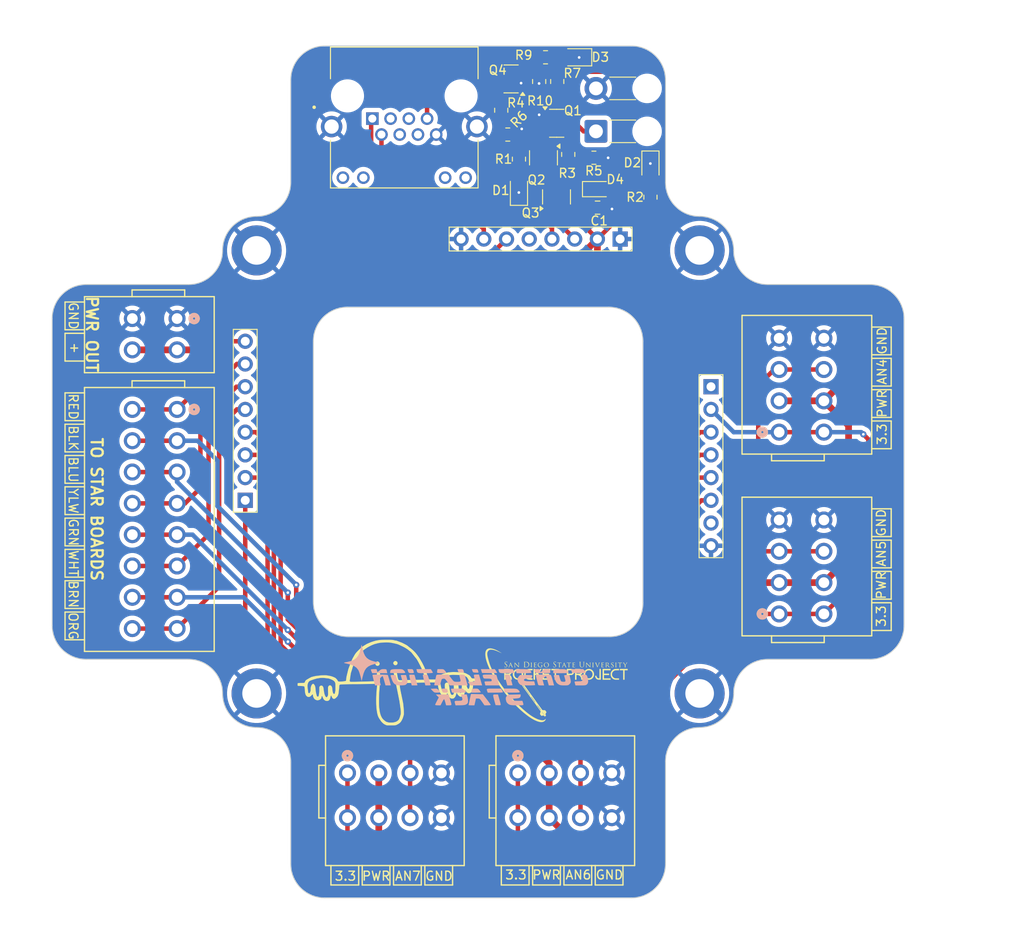
<source format=kicad_pcb>
(kicad_pcb (version 20241229) (generator "pcbnew") (generator_version "9.0")
  (layers (0 "F.Cu" signal) (2 "B.Cu" power) (13 "F.Paste" user) (15 "B.Paste" user) (5 "F.SilkS" user "F.Silkscreen") (7 "B.SilkS" user "B.Silkscreen") (1 "F.Mask" user) (3 "B.Mask" user) (25 "Edge.Cuts" user))
  (net 0 "")
  (net 1 "GND")
  (net 2 "Net-(D1-A)")
  (net 3 "Net-(D2-A)")
  (net 4 "Net-(D3-A)")
  (net 5 "Net-(D4-A)")
  (net 6 "+BATT")
  (net 7 "A")
  (net 11 "B")
  (net 12 "EXTERNAL PWR")
  (net 14 "PWR")
  (net 16 "BATT_PWR_SENSE")
  (net 17 "EXT_PWR_SENSE")
  (net 18 "O_VENT")
  (net 19 "MOV")
  (net 20 "ENG_CHAMBER")
  (net 21 "F_VENT")
  (net 22 "O_TANK")
  (net 23 "MFV")
  (net 24 "HE_TANK")
  (net 25 "F_TANK")
  (net 26 "+5V")
  (net 27 "+3.3V")
  (net 29 "AN_IN_7")
  (net 30 "AN_IN_5")
  (net 31 "AN_IN_6")
  (net 32 "AN_IN_4")
  (net 33 "Net-(Q1-S)")
  (net 34 "Net-(Q2-D)")
  (net 35 "Net-(Q2-G)")
  (footprint "Connector_PinSocket_2.54mm:PinSocket_1x08_P2.54mm_Vertical" (layer "F.Cu") (at 69.85 27.94 -90)
    (property "Reference" "J4" (hide yes))
    (property "Value" "PWR")
  )
  (footprint "LED_SMD:LED_0805_2012Metric" (layer "F.Cu") (at 58.54 22.487501 90)
    (property "Reference" "D1")
    (property "Value" "LED")
  )
  (footprint "MTJ_88ARX1_FSM_LG:ADAMTECH_MTJ-88ARX1-FSM-LG" (layer "F.Cu") (at 45.72 11.938 180)
    (property "Reference" "J2" (hide yes))
    (property "Value" "MTJ-88ARX1-FSM-LG")
  )
  (footprint "WAGO 2601-1104:CONN4_2601-1104_WAG" (layer "F.Cu") (at 39.37 87.63)
    (property "Reference" "J11" (hide yes))
    (property "Value" "2601-1104")
  )
  (footprint "Resistor_SMD:R_0805_2012Metric" (layer "F.Cu") (at 64.05 18.48 -90)
    (property "Reference" "R3")
    (property "Value" "51.1k")
  )
  (footprint "Resistor_SMD:R_0805_2012Metric" (layer "F.Cu") (at 56.56 13.5425 -90)
    (property "Reference" "R4")
    (property "Value" "51.1k")
  )
  (footprint "Resistor_SMD:R_0805_2012Metric" (layer "F.Cu") (at 61.5125 7.62)
    (property "Reference" "R9")
    (property "Value" "505")
  )
  (footprint "MountingHole:MountingHole_3.2mm_M3_DIN965_Pad" (layer "F.Cu") (at 78.74 78.74)
    (property "Reference" "H4" (hide yes))
    (property "Value" "MountingHole_Pad")
  )
  (footprint "Connector_PinSocket_2.54mm:PinSocket_1x08_P2.54mm_Vertical" (layer "F.Cu") (at 27.94 57.15 180)
    (property "Reference" "J7" (hide yes))
    (property "Value" "ADC_IN")
  )
  (footprint "Resistor_SMD:R_0805_2012Metric" (layer "F.Cu") (at 58.54 19.0075 -90)
    (property "Reference" "R1")
    (property "Value" "505")
  )
  (footprint "MountingHole:MountingHole_3.2mm_M3_DIN965_Pad" (layer "F.Cu") (at 29.21 78.74)
    (property "Reference" "H3" (hide yes))
    (property "Value" "MountingHole_Pad")
  )
  (footprint "Diode_SMD:D_SOD-323" (layer "F.Cu") (at 67.2525 22.36)
    (property "Reference" "D4")
    (property "Value" "CUS10S30")
  )
  (footprint "Package_TO_SOT_SMD:SOT-23-3" (layer "F.Cu") (at 62.76 14.9975)
    (property "Reference" "Q1")
    (property "Value" "DMP3099L")
  )
  (footprint "LOGO:RP_Logo" (layer "F.Cu") (at 62.738 77.8256)
    (property "Reference" "G***" (hide yes))
    (property "Value" "LOGO" (hide yes))
  )
  (footprint "WAGO 2601-1108:CONN8_2601-1108_WAG" (layer "F.Cu") (at 20.32 46.99 -90)
    (property "Reference" "J5" (hide yes))
    (property "Value" "SIGNAL_OUT")
  )
  (footprint "LED_SMD:LED_0805_2012Metric" (layer "F.Cu") (at 73.24 19.782499 -90)
    (property "Reference" "D2")
    (property "Value" "LED")
  )
  (footprint "LED_SMD:LED_0805_2012Metric" (layer "F.Cu") (at 64.99 7.62 180)
    (property "Reference" "D3")
    (property "Value" "LED")
  )
  (footprint "Package_TO_SOT_SMD:SOT-23-3" (layer "F.Cu") (at 61.2825 18.86 -90)
    (property "Reference" "Q2")
    (property "Value" "DMP3099L")
  )
  (footprint "WAGO 2601-1104:CONN4_2601-1104_WAG" (layer "F.Cu") (at 58.42 87.63)
    (property "Reference" "J10" (hide yes))
    (property "Value" "2601-1104")
  )
  (footprint "WAGO 2601-1104:CONN4_2601-1104_WAG" (layer "F.Cu") (at 87.63 69.85 90)
    (property "Reference" "J9" (hide yes))
    (property "Value" "2601-1104")
  )
  (footprint "Connector_PinSocket_2.54mm:PinSocket_1x08_P2.54mm_Vertical" (layer "F.Cu") (at 80.01 44.45)
    (property "Reference" "J6" (hide yes))
    (property "Value" "GPIO/ESP_ADC OUT")
  )
  (footprint "Package_TO_SOT_SMD:SOT-23-3" (layer "F.Cu") (at 62.74 23.23 90)
    (property "Reference" "Q3")
    (property "Value" "DMP3099L")
  )
  (footprint "Resistor_SMD:R_0805_2012Metric" (layer "F.Cu") (at 62.82 10.33 90)
    (property "Reference" "R7")
    (property "Value" "100")
  )
  (footprint "Resistor_SMD:R_0805_2012Metric" (layer "F.Cu") (at 66.92 18.85)
    (property "Reference" "R5")
    (property "Value" "10k")
  )
  (footprint "WAGO 2601-1102:CONN2_2601-1102_WAG" (layer "F.Cu") (at 20.32 36.83 -90)
    (property "Reference" "J3" (hide yes))
    (property "Value" "2601-1102")
  )
  (footprint "MountingHole:MountingHole_3.2mm_M3_DIN965_Pad" (layer "F.Cu") (at 78.74 29.21)
    (property "Reference" "H2" (hide yes))
    (property "Value" "MountingHole_Pad")
  )
  (footprint "Resistor_SMD:R_0805_2012Metric" (layer "F.Cu") (at 60.8 10.33 -90)
    (property "Reference" "R10")
    (property "Value" "10k")
  )
  (footprint "Resistor_SMD:R_0805_2012Metric" (layer "F.Cu") (at 57.29 16.26)
    (property "Reference" "R6")
    (property "Value" "10k")
  )
  (footprint "LOGO" (layer "F.Cu") (at 43.7896 77.2922)
    (property "Reference" "G***" (hide yes))
    (property "Value" "LOGO" (hide yes))
  )
  (footprint "Resistor_SMD:R_0805_2012Metric" (layer "F.Cu") (at 73.24 23.2625 90)
    (property "Reference" "R2")
    (property "Value" "505")
  )
  (footprint "Connector_Wire:SolderWire-0.75sqmm_1x02_P4.8mm_D1.25mm_OD2.3mm_Relief" (layer "F.Cu") (at 67.15 15.9 90)
    (property "Reference" "J1" (hide yes))
    (property "Value" "Conn_01x02_Pin")
  )
  (footprint "Package_TO_SOT_SMD:SOT-23-3" (layer "F.Cu") (at 57.659999 10.04 180)
    (property "Reference" "Q4")
    (property "Value" "DMP3099L")
  )
  (footprint "MountingHole:MountingHole_3.2mm_M3_DIN965_Pad" (layer "F.Cu") (at 29.21 29.21)
    (property "Reference" "H1" (hide yes))
    (property "Value" "MountingHole_Pad")
  )
  (footprint "WAGO 2601-1104:CONN4_2601-1104_WAG" (layer "F.Cu") (at 87.63 49.53 90)
    (property "Reference" "J8" (hide yes))
    (property "Value" "2601-1104")
  )
  (footprint "Capacitor_SMD:C_0805_2012Metric" (layer "F.Cu") (at 67.33 24.43)
    (property "Reference" "C1")
    (property "Value" "4.7uF")
  )
  (footprint "LOGO" (layer "B.Cu") (at 52.407117 76.425294 180)
    (property "Reference" "G***" (hide yes))
    (property "Value" "LOGO" (hide yes))
  )
  (gr_arc (start 68.58 35.56) (mid 71.274077 36.675923) (end 72.39 39.37) (stroke (width 0.1)) (layer "Edge.Cuts"))
  (gr_arc (start 21.59 74.93) (mid 24.284077 76.045923) (end 25.4 78.74) (stroke (width 0.1)) (layer "Edge.Cuts"))
  (gr_arc (start 29.21 82.55) (mid 26.515923 81.434077) (end 25.4 78.74) (stroke (width 0.1)) (layer "Edge.Cuts"))
  (gr_line (start 71.12 6.35) (end 36.83 6.35) (stroke (width 0.1)) (layer "Edge.Cuts"))
  (gr_line (start 86.36 33.02) (end 97.790001 33.02) (stroke (width 0.1)) (layer "Edge.Cuts"))
  (gr_arc (start 78.74 25.4) (mid 81.434077 26.515923) (end 82.55 29.21) (stroke (width 0.1)) (layer "Edge.Cuts"))
  (gr_arc (start 33.02 10.16) (mid 34.135923 7.465923) (end 36.83 6.35) (stroke (width 0.1)) (layer "Edge.Cuts"))
  (gr_line (start 6.35 36.83) (end 6.35 71.12) (stroke (width 0.1)) (layer "Edge.Cuts"))
  (gr_arc (start 74.93 86.36) (mid 76.045923 83.665923) (end 78.74 82.55) (stroke (width 0.1)) (layer "Edge.Cuts"))
  (gr_line (start 35.56 39.37) (end 35.56 68.58) (stroke (width 0.1)) (layer "Edge.Cuts"))
  (gr_line (start 33.02 21.59) (end 33.02 10.16) (stroke (width 0.1)) (layer "Edge.Cuts"))
  (gr_line (start 36.83 101.6) (end 71.12 101.6) (stroke (width 0.1)) (layer "Edge.Cuts"))
  (gr_line (start 21.59 33.02) (end 10.16 33.02) (stroke (width 0.1)) (layer "Edge.Cuts"))
  (gr_line (start 21.59 74.93) (end 10.16 74.93) (stroke (width 0.1)) (layer "Edge.Cuts"))
  (gr_arc (start 35.56 39.37) (mid 36.675923 36.675923) (end 39.37 35.56) (stroke (width 0.1)) (layer "Edge.Cuts"))
  (gr_line (start 33.02 86.36) (end 33.02 97.79) (stroke (width 0.1)) (layer "Edge.Cuts"))
  (gr_line (start 86.36 74.93) (end 97.79 74.93) (stroke (width 0.1)) (layer "Edge.Cuts"))
  (gr_arc (start 86.36 33.02) (mid 83.665923 31.904077) (end 82.55 29.21) (stroke (width 0.1)) (layer "Edge.Cuts"))
  (gr_arc (start 74.93 97.79) (mid 73.814077 100.484077) (end 71.12 101.6) (stroke (width 0.1)) (layer "Edge.Cuts"))
  (gr_line (start 39.37 72.39) (end 68.58 72.39) (stroke (width 0.1)) (layer "Edge.Cuts"))
  (gr_arc (start 97.790001 33.02) (mid 100.484077 34.135923) (end 101.6 36.83) (stroke (width 0.1)) (layer "Edge.Cuts"))
  (gr_arc (start 71.12 6.35) (mid 73.814077 7.465923) (end 74.93 10.16) (stroke (width 0.1)) (layer "Edge.Cuts"))
  (gr_arc (start 25.4 29.21) (mid 24.284077 31.904077) (end 21.59 33.02) (stroke (width 0.1)) (layer "Edge.Cuts"))
  (gr_arc (start 39.37 72.39) (mid 36.705105 71.244895) (end 35.56 68.58) (stroke (width 0.1)) (layer "Edge.Cuts"))
  (gr_arc (start 82.55 78.74) (mid 83.665923 76.045923) (end 86.36 74.93) (stroke (width 0.1)) (layer "Edge.Cuts"))
  (gr_arc (start 33.02 21.59) (mid 31.904077 24.284077) (end 29.21 25.4) (stroke (width 0.1)) (layer "Edge.Cuts"))
  (gr_line (start 74.93 21.59) (end 74.93 10.16) (stroke (width 0.1)) (layer "Edge.Cuts"))
  (gr_line (start 74.93 86.36) (end 74.93 97.79) (stroke (width 0.1)) (layer "Edge.Cuts"))
  (gr_line (start 101.6 71.12) (end 101.6 36.83) (stroke (width 0.1)) (layer "Edge.Cuts"))
  (gr_arc (start 82.55 78.74) (mid 81.434077 81.434077) (end 78.74 82.55) (stroke (width 0.1)) (layer "Edge.Cuts"))
  (gr_arc (start 6.35 36.83) (mid 7.465923 34.135923) (end 10.16 33.02) (stroke (width 0.1)) (layer "Edge.Cuts"))
  (gr_line (start 72.39 39.37) (end 72.39 68.58) (stroke (width 0.1)) (layer "Edge.Cuts"))
  (gr_arc (start 25.4 29.21) (mid 26.515923 26.515923) (end 29.21 25.4) (stroke (width 0.1)) (layer "Edge.Cuts"))
  (gr_arc (start 78.74 25.4) (mid 76.045923 24.284077) (end 74.93 21.59) (stroke (width 0.1)) (layer "Edge.Cuts"))
  (gr_line (start 39.37 35.56) (end 68.58 35.56) (stroke (width 0.1)) (layer "Edge.Cuts"))
  (gr_arc (start 101.6 71.12) (mid 100.484077 73.814077) (end 97.79 74.93) (stroke (width 0.1)) (layer "Edge.Cuts"))
  (gr_arc (start 36.83 101.6) (mid 34.135923 100.484077) (end 33.02 97.79) (stroke (width 0.1)) (layer "Edge.Cuts"))
  (gr_arc (start 10.16 74.93) (mid 7.465923 73.814077) (end 6.35 71.12) (stroke (width 0.1)) (layer "Edge.Cuts"))
  (gr_arc (start 29.21 82.55) (mid 31.904076 83.665923) (end 33.02 86.36) (stroke (width 0.1)) (layer "Edge.Cuts"))
  (gr_arc (start 72.39 68.58) (mid 71.298431 71.298431) (end 68.58 72.39) (stroke (width 0.1)) (layer "Edge.Cuts"))
  (gr_text "3.3" (at 99.72 51.05 90) (layer "F.SilkS") (effects (font (size 1 1)) (justify left bottom)))
  (gr_text "GND" (at 47.98 99.74 0) (layer "F.SilkS") (effects (font (size 1 1)) (justify left bottom)))
  (gr_text "GND" (at 99.72 40.93 90) (layer "F.SilkS") (effects (font (size 1 1)) (justify left bottom)))
  (gr_text "3.3" (at 56.919999 99.61 0) (layer "F.SilkS") (effects (font (size 1 1)) (justify left bottom)))
  (gr_text "GND" (at 99.63 61.27 90) (layer "F.SilkS") (effects (font (size 1 1)) (justify left bottom)))
  (gr_text "WHT" (at 8.14 62.63 270) (layer "F.SilkS") (effects (font (size 1 1)) (justify left bottom)))
  (gr_text "BLK" (at 8.13 48.69 270) (layer "F.SilkS") (effects (font (size 1 1)) (justify left bottom)))
  (gr_text "AN5" (at 99.63 64.65 90) (layer "F.SilkS") (effects (font (size 1 1)) (justify left bottom)))
  (gr_text "AN4" (at 99.72 44.31 90) (layer "F.SilkS") (effects (font (size 1 1)) (justify left bottom)))
  (gr_text "YLW" (at 8.13 55.71 270) (layer "F.SilkS") (effects (font (size 1 1)) (justify left bottom)))
  (gr_text "+" (at 8.31 39.41 -90) (layer "F.SilkS") (effects (font (size 1 1)) (justify left bottom)))
  (gr_text "ORG" (at 8.12 69.58 270) (layer "F.SilkS") (effects (font (size 1 1)) (justify left bottom)))
  (gr_text "PWR OUT" (at 10.07 34.18 270) (layer "F.SilkS") (effects (font (size 1.25 1.25) (thickness 0.25) (bold yes)) (justify left bottom)))
  (gr_text "AN6" (at 63.66 99.61 0) (layer "F.SilkS") (effects (font (size 1 1)) (justify left bottom)))
  (gr_text "PWR" (at 40.91 99.74 0) (layer "F.SilkS") (effects (font (size 1 1)) (justify left bottom)))
  (gr_text "GND" (at 8.14 34.91 -90) (layer "F.SilkS") (effects (font (size 1 1)) (justify left bottom)))
  (gr_text "AN7" (at 44.6 99.74 0) (layer "F.SilkS") (effects (font (size 1 1)) (justify left bottom)))
  (gr_text "RED" (at 8.13 45.13 -90) (layer "F.SilkS") (effects (font (size 1 1)) (justify left bottom)))
  (gr_text "3.3" (at 37.859999 99.74 0) (layer "F.SilkS") (effects (font (size 1 1)) (justify left bottom)))
  (gr_text "3.3" (at 99.63 71.39 90) (layer "F.SilkS") (effects (font (size 1 1)) (justify left bottom)))
  (gr_text "BLU" (at 8.12 52.18555 270) (layer "F.SilkS") (effects (font (size 1 1)) (justify left bottom)))
  (gr_text "PWR" (at 99.63 68.31 90) (layer "F.SilkS") (effects (font (size 1 1)) (justify left bottom)))
  (gr_text "BRN" (at 8.13 66.02 270) (layer "F.SilkS") (effects (font (size 1 1)) (justify left bottom)))
  (gr_text "GRN" (at 8.14 59.1 270) (layer "F.SilkS") (effects (font (size 1 1)) (justify left bottom)))
  (gr_text "TO STAR BOARDS" (at 10.5918 50.0126 270) (layer "F.SilkS") (effects (font (size 1.25 1.25) (thickness 0.25) (bold yes)) (justify left bottom)))
  (gr_text "PWR" (at 99.72 48 90) (layer "F.SilkS") (effects (font (size 1 1)) (justify left bottom)))
  (gr_text "PWR" (at 59.95 99.61 0) (layer "F.SilkS") (effects (font (size 1 1)) (justify left bottom)))
  (gr_text "GND" (at 67.04 99.61 0) (layer "F.SilkS") (effects (font (size 1 1)) (justify left bottom)))
  (segment (start 58.54 22.75) (end 58.53 22.74) (width 0.5) (layer "F.Cu") (net 1))
  (segment (start 60.8 10.56) (end 60.79 10.55) (width 0.5) (layer "F.Cu") (net 1))
  (segment (start 58.797499 10.527499) (end 58.78 10.51) (width 0.5) (layer "F.Cu") (net 1))
  (segment (start 68.79 24.43) (end 68.94 24.58) (width 0.5) (layer "F.Cu") (net 1))
  (segment (start 61.6225 14.047501) (end 60.802499 14.047501) (width 0.5) (layer "F.Cu") (net 1))
  (segment (start 68.5 18.85) (end 68.51 18.86) (width 0.5) (layer "F.Cu") (net 1))
  (segment (start 60.8 11.2425) (end 60.8 10.56) (width 0.5) (layer "F.Cu") (net 1))
  (segment (start 60.802499 14.047501) (end 60.8 14.05) (width 0.5) (layer "F.Cu") (net 1))
  (segment (start 65.29 7.62) (end 65.27 7.64) (width 0.5) (layer "F.Cu") (net 1))
  (segment (start 73.24 18.844998) (end 73.24 19.49) (width 0.5) (layer "F.Cu") (net 1))
  (segment (start 73.24 19.49) (end 73.23 19.5) (width 0.5) (layer "F.Cu") (net 1))
  (segment (start 68.28 24.43) (end 68.79 24.43) (width 0.5) (layer "F.Cu") (net 1))
  (segment (start 67.8325 18.85) (end 68.5 18.85) (width 0.5) (layer "F.Cu") (net 1))
  (segment (start 58.2025 16.26) (end 58.22 16.26) (width 0.5) (layer "F.Cu") (net 1))
  (segment (start 58.797499 10.989999) (end 58.797499 10.527499) (width 0.5) (layer "F.Cu") (net 1))
  (segment (start 65.927501 7.62) (end 65.29 7.62) (width 0.5) (layer "F.Cu") (net 1))
  (segment (start 58.22 16.26) (end 58.85 15.63) (width 0.5) (layer "F.Cu") (net 1))
  (segment (start 58.54 23.425002) (end 58.54 22.75) (width 0.5) (layer "F.Cu") (net 1))
  (via (at 58.53 22.74) (size 0.7) (drill 0.3) (layers "F.Cu" "B.Cu") (net 1))
  (via (at 60.8 14.05) (size 0.7) (drill 0.3) (layers "F.Cu" "B.Cu") (net 1))
  (via (at 58.85 15.63) (size 0.7) (drill 0.3) (layers "F.Cu" "B.Cu") (net 1))
  (via (at 65.27 7.64) (size 0.7) (drill 0.3) (layers "F.Cu" "B.Cu") (net 1))
  (via (at 68.94 24.58) (size 0.7) (drill 0.3) (layers "F.Cu" "B.Cu") (net 1))
  (via (at 58.78 10.51) (size 0.7) (drill 0.3) (layers "F.Cu" "B.Cu") (net 1))
  (via (at 73.23 19.5) (size 0.7) (drill 0.3) (layers "F.Cu" "B.Cu") (net 1))
  (via (at 68.51 18.86) (size 0.7) (drill 0.3) (layers "F.Cu" "B.Cu") (net 1))
  (via (at 60.79 10.55) (size 0.7) (drill 0.3) (layers "F.Cu" "B.Cu") (net 1))
  (segment (start 58.54 19.92) (end 58.54 21.55) (width 0.5) (layer "F.Cu") (net 2))
  (segment (start 73.24 20.72) (end 73.24 22.35) (width 0.5) (layer "F.Cu") (net 3))
  (segment (start 62.425 7.62) (end 64.052499 7.62) (width 0.5) (layer "F.Cu") (net 4))
  (segment (start 60.8 9.4175) (end 62.82 9.4175) (width 0.5) (layer "F.Cu") (net 5))
  (segment (start 60.6 7.9) (end 60.6 7.62) (width 0.5) (layer "F.Cu") (net 5))
  (segment (start 59.107498 9.4) (end 58.797499 9.090001) (width 0.5) (layer "F.Cu") (net 5))
  (segment (start 60.7825 9.4) (end 59.107498 9.4) (width 0.5) (layer "F.Cu") (net 5))
  (segment (start 60.8 9.4175) (end 60.7825 9.4) (width 0.5) (layer "F.Cu") (net 5))
  (segment (start 59.409999 9.090001) (end 60.6 7.9) (width 0.5) (layer "F.Cu") (net 5))
  (segment (start 62.9975 9.24) (end 62.82 9.4175) (width 0.5) (layer "F.Cu") (net 5))
  (segment (start 69.76 10.74) (end 68.26 9.24) (width 0.5) (layer "F.Cu") (net 5))
  (segment (start 69.76 20.9025) (end 69.76 10.74) (width 0.5) (layer "F.Cu") (net 5))
  (segment (start 68.26 9.24) (end 62.9975 9.24) (width 0.5) (layer "F.Cu") (net 5))
  (segment (start 68.3025 22.36) (end 69.76 20.9025) (width 0.5) (layer "F.Cu") (net 5))
  (segment (start 58.797499 9.090001) (end 59.409999 9.090001) (width 0.5) (layer "F.Cu") (net 5))
  (segment (start 65.77 15.9) (end 64.8675 14.9975) (width 0.5) (layer "F.Cu") (net 6))
  (segment (start 64.05 15.15) (end 63.8975 14.9975) (width 0.5) (layer "F.Cu") (net 6))
  (segment (start 67.15 15.9) (end 65.77 15.9) (width 0.5) (layer "F.Cu") (net 6))
  (segment (start 64.8675 14.9975) (end 63.8975 14.9975) (width 0.5) (layer "F.Cu") (net 6))
  (segment (start 64.05 17.5675) (end 64.05 15.15) (width 0.5) (layer "F.Cu") (net 6))
  (segment (start 42.015 18.615) (end 49.84 26.44) (width 0.5) (layer "F.Cu") (net 7))
  (segment (start 42.15 14.478) (end 42.015 14.613) (width 0.5) (layer "F.Cu") (net 7))
  (segment (start 49.84 26.44) (end 49.84 29.3) (width 0.5) (layer "F.Cu") (net 7))
  (segment (start 49.84 29.3) (end 50.35 29.81) (width 0.5) (layer "F.Cu") (net 7))
  (segment (start 42.015 14.613) (end 42.015 18.615) (width 0.5) (layer "F.Cu") (net 7))
  (segment (start 50.35 29.81) (end 55.28 29.81) (width 0.5) (layer "F.Cu") (net 7))
  (segment (start 55.28 29.81) (end 57.15 27.94) (width 0.5) (layer "F.Cu") (net 7))
  (segment (start 53.41 25.62) (end 54.61 26.82) (width 0.5) (layer "F.Cu") (net 11))
  (segment (start 50.72 25.62) (end 53.41 25.62) (width 0.5) (layer "F.Cu") (net 11))
  (segment (start 43.17 18.07) (end 50.72 25.62) (width 0.5) (layer "F.Cu") (net 11))
  (segment (start 54.61 26.82) (end 54.61 27.94) (width 0.5) (layer "F.Cu") (net 11))
  (segment (start 43.17 16.258) (end 43.17 18.07) (width 0.5) (layer "F.Cu") (net 11))
  (segment (start 48.27 14.478) (end 48.27 11.39) (width 0.5) (layer "F.Cu") (net 12))
  (segment (start 48.27 11.39) (end 49.919999 9.740001) (width 0.5) (layer "F.Cu") (net 12))
  (segment (start 56.522499 12.592499) (end 56.56 12.63) (width 0.5) (layer "F.Cu") (net 12))
  (segment (start 56.2225 9.740001) (end 56.522499 10.04) (width 0.5) (layer "F.Cu") (net 12))
  (segment (start 56.522499 10.04) (end 56.522499 12.592499) (width 0.5) (layer "F.Cu") (net 12))
  (segment (start 49.919999 9.740001) (end 56.2225 9.740001) (width 0.5) (layer "F.Cu") (net 12))
  (segment (start 67.31 27.94) (end 67.31 30.2) (width 0.75) (layer "F.Cu") (net 14))
  (segment (start 66.2025 22.36) (end 66.2025 24.2525) (width 0.5) (layer "F.Cu") (net 14))
  (segment (start 95.39 48.789997) (end 95.39 63.589997) (width 0.75) (layer "F.Cu") (net 14))
  (segment (start 87.63 66.349997) (end 92.63 66.349997) (width 0.75) (layer "F.Cu") (net 14))
  (segment (start 70.81 94.53) (end 71.55 93.79) (width 0.75) (layer "F.Cu") (net 14))
  (segment (start 43.78 95.73) (end 52.81 95.73) (width 0.75) (layer "F.Cu") (net 14))
  (segment (start 95.23 43.429997) (end 92.63 46.029997) (width 0.75) (layer "F.Cu") (net 14))
  (segment (start 42.870003 87.63) (end 42.870003 92.63) (width 0.75) (layer "F.Cu") (net 14))
  (segment (start 63.820003 94.53) (end 70.81 94.53) (width 0.75) (layer "F.Cu") (net 14))
  (segment (start 71.55 78.94) (end 84.140003 66.349997) (width 0.75) (layer "F.Cu") (net 14))
  (segment (start 72.81 35.7) (end 92.34 35.7) (width 0.75) (layer "F.Cu") (net 14))
  (segment (start 92.63 46.029997) (end 95.39 48.789997) (width 0.75) (layer "F.Cu") (net 14))
  (segment (start 42.870003 94.820003) (end 43.78 95.73) (width 0.75) (layer "F.Cu") (net 14))
  (segment (start 20.32 40.33) (end 22.27 40.33) (width 0.75) (layer "F.Cu") (net 14))
  (segment (start 67.31 30.2) (end 72.81 35.7) (width 0.75) (layer "F.Cu") (net 14))
  (segment (start 66.3175 24.3675) (end 66.38 24.43) (width 0.5) (layer "F.Cu") (net 14))
  (segment (start 54.14 86.35) (end 54.79 85.7) (width 0.75) (layer "F.Cu") (net 14))
  (segment (start 61.920003 87.63) (end 61.920003 92.63) (width 0.75) (layer "F.Cu") (net 14))
  (segment (start 66.2025 24.2525) (end 66.38 24.43) (width 0.5) (layer "F.Cu") (net 14))
  (segment (start 71.55 93.79) (end 71.55 78.94) (width 0.75) (layer "F.Cu") (net 14))
  (segment (start 63.689999 24.3675) (end 66.3175 24.3675) (width 0.5) (layer "F.Cu") (net 14))
  (segment (start 60.95 34.3) (end 67.31 27.94) (width 0.75) (layer "F.Cu") (net 14))
  (segment (start 61.920003 92.63) (end 63.820003 94.53) (width 0.75) (layer "F.Cu") (net 14))
  (segment (start 87.63 46.029997) (end 92.63 46.029997) (width 0.75) (layer "F.Cu") (net 14))
  (segment (start 28.3 34.3) (end 60.95 34.3) (width 0.75) (layer "F.Cu") (net 14))
  (segment (start 61.920003 86.530003) (end 61.920003 87.63) (width 0.75) (layer "F.Cu") (net 14))
  (segment (start 95.39 63.589997) (end 92.63 66.349997) (width 0.75) (layer "F.Cu") (net 14))
  (segment (start 67.31 27.94) (end 69.31 25.94) (width 0.5) (layer "F.Cu") (net 14))
  (segment (start 54.14 94.4) (end 54.14 86.35) (width 0.75) (layer "F.Cu") (net 14))
  (segment (start 92.34 35.7) (end 95.23 38.59) (width 0.75) (layer "F.Cu") (net 14))
  (segment (start 69.31 25.94) (end 72.33 25.94) (width 0.5) (layer "F.Cu") (net 14))
  (segment (start 73.24 25.03) (end 73.24 24.175) (width 0.5) (layer "F.Cu") (net 14))
  (segment (start 42.870003 92.63) (end 42.870003 94.820003) (width 0.75) (layer "F.Cu") (net 14))
  (segment (start 95.23 38.59) (end 95.23 43.429997) (width 0.75) (layer "F.Cu") (net 14))
  (segment (start 84.140003 66.349997) (end 87.63 66.349997) (width 0.75) (layer "F.Cu") (net 14))
  (segment (start 15.32 40.33) (end 20.32 40.33) (width 0.75) (layer "F.Cu") (net 14))
  (segment (start 61.09 85.7) (end 61.920003 86.530003) (width 0.75) (layer "F.Cu") (net 14))
  (segment (start 52.81 95.73) (end 54.14 94.4) (width 0.75) (layer "F.Cu") (net 14))
  (segment (start 54.79 85.7) (end 61.09 85.7) (width 0.75) (layer "F.Cu") (net 14))
  (segment (start 22.27 40.33) (end 28.3 34.3) (width 0.75) (layer "F.Cu") (net 14))
  (segment (start 72.33 25.94) (end 73.24 25.03) (width 0.5) (layer "F.Cu") (net 14))
  (segment (start 66.38 27.01) (end 67.31 27.94) (width 0.5) (layer "F.Cu") (net 14))
  (segment (start 66.38 24.43) (end 66.38 27.01) (width 0.5) (layer "F.Cu") (net 14))
  (segment (start 65.465 19.3925) (end 66.0075 18.85) (width 0.5) (layer "F.Cu") (net 16))
  (segment (start 64.05 19.3925) (end 65.465 19.3925) (width 0.5) (layer "F.Cu") (net 16))
  (segment (start 64.770001 27.94) (end 62.76 25.929999) (width 0.5) (layer "F.Cu") (net 16))
  (segment (start 62.76 25.929999) (end 62.76 23.7) (width 0.5) (layer "F.Cu") (net 16))
  (segment (start 64.05 22.41) (end 64.05 19.3925) (width 0.5) (layer "F.Cu") (net 16))
  (segment (start 62.76 23.7) (end 64.05 22.41) (width 0.5) (layer "F.Cu") (net 16))
  (segment (start 56.56 16.0775) (end 56.3775 16.26) (width 0.5) (layer "F.Cu") (net 17))
  (segment (start 58.42 25.92) (end 61.43 25.92) (width 0.5) (layer "F.Cu") (net 17))
  (segment (start 61.43 25.92) (end 62.23 26.72) (width 0.5) (layer "F.Cu") (net 17))
  (segment (start 62.23 26.72) (end 62.23 27.94) (width 0.5) (layer "F.Cu") (net 17))
  (segment (start 56.3775 23.8775) (end 58.42 25.92) (width 0.5) (layer "F.Cu") (net 17))
  (segment (start 56.56 14.455) (end 56.56 16.0775) (width 0.5) (layer "F.Cu") (net 17))
  (segment (start 56.3775 16.26) (end 56.3775 23.8775) (width 0.5) (layer "F.Cu") (net 17))
  (segment (start 37.227 77.467) (end 62.351092 77.467) (width 0.5) (layer "F.Cu") (net 18))
  (segment (start 32.71 72.95) (end 37.227 77.467) (width 0.5) (layer "F.Cu") (net 18))
  (segment (start 69.036092 77.468) (end 78.18 68.324092) (width 0.5) (layer "F.Cu") (net 18))
  (segment (start 78.93 57.16) (end 80 57.16) (width 0.5) (layer "F.Cu") (net 18))
  (segment (start 62.352092 77.468) (end 69.036092 77.468) (width 0.5) (layer "F.Cu") (net 18))
  (segment (start 78.18 68.324092) (end 78.18 67.61) (width 0.5) (layer "F.Cu") (net 18))
  (segment (start 80 57.16) (end 80.01 57.15) (width 0.5) (layer "F.Cu") (net 18))
  (segment (start 15.32 67.990004) (end 20.32 67.990004) (width 0.5) (layer "F.Cu") (net 18))
  (segment (start 78.18 57.91) (end 78.93 57.16) (width 0.5) (layer "F.Cu") (net 18))
  (segment (start 78.18 67.61) (end 78.18 57.91) (width 0.5) (layer "F.Cu") (net 18))
  (segment (start 62.351092 77.467) (end 62.352092 77.468) (width 0.5) (layer "F.Cu") (net 18))
  (via (at 32.71 72.95) (size 0.7) (drill 0.3) (layers "F.Cu" "B.Cu") (net 18))
  (segment (start 20.32 67.990004) (end 27.750004 67.990004) (width 0.5) (layer "B.Cu") (net 18))
  (segment (start 27.750004 67.990004) (end 32.71 72.95) (width 0.5) (layer "B.Cu") (net 18))
  (segment (start 63.222184 75.364) (end 63.223184 75.365) (width 0.5) (layer "F.Cu") (net 19))
  (segment (start 63.223184 75.365) (end 68.165 75.365) (width 0.5) (layer "F.Cu") (net 19))
  (segment (start 33.64 66.6) (end 33.64 70.01) (width 0.5) (layer "F.Cu") (net 19))
  (segment (start 76.048 67.482) (end 76.048 52.282) (width 0.5) (layer "F.Cu") (net 19))
  (segment (start 38.994 75.364) (end 63.222184 75.364) (width 0.5) (layer "F.Cu") (net 19))
  (segment (start 33.64 70.01) (end 38.994 75.364) (width 0.5) (layer "F.Cu") (net 19))
  (segment (start 76.048 52.282) (end 78.8 49.53) (width 0.5) (layer "F.Cu") (net 19))
  (segment (start 68.165 75.365) (end 76.048 67.482) (width 0.5) (layer "F.Cu") (net 19))
  (segment (start 15.320001 50.490001) (end 20.32 50.49) (width 0.5) (layer "F.Cu") (net 19))
  (segment (start 78.8 49.53) (end 80.01 49.53) (width 0.5) (layer "F.Cu") (net 19))
  (via (at 33.64 66.6) (size 0.7) (drill 0.3) (layers "F.Cu" "B.Cu") (net 19))
  (segment (start 24.84 52.72) (end 22.61 50.49) (width 0.5) (layer "B.Cu") (net 19))
  (segment (start 24.84 57.8) (end 24.84 52.72) (width 0.5) (layer "B.Cu") (net 19))
  (segment (start 22.61 50.49) (end 20.32 50.49) (width 0.5) (layer "B.Cu") (net 19))
  (segment (start 33.64 66.6) (end 24.84 57.8) (width 0.5) (layer "B.Cu") (net 19))
  (segment (start 25.41 41.9) (end 25.41 40.05) (width 0.5) (layer "F.Cu") (net 20))
  (segment (start 20.32 46.99) (end 25.41 41.9) (width 0.5) (layer "F.Cu") (net 20))
  (segment (start 25.41 40.05) (end 26.090001 39.369999) (width 0.5) (layer "F.Cu") (net 20))
  (segment (start 26.090001 39.369999) (end 27.94 39.369999) (width 0.5) (layer "F.Cu") (net 20))
  (segment (start 15.32 46.99) (end 20.32 46.99) (width 0.5) (layer "F.Cu") (net 20))
  (segment (start 77.45 67.791364) (end 77.45 68.062728) (width 0.5) (layer "F.Cu") (net 21))
  (segment (start 62.641456 76.766) (end 39.574728 76.766) (width 0.5) (layer "F.Cu") (net 21))
  (segment (start 67.553 76.767) (end 63.803912 76.767) (width 0.5) (layer "F.Cu") (net 21))
  (segment (start 63.803912 76.767) (end 63.223184 76.767) (width 0.5) (layer "F.Cu") (net 21))
  (segment (start 69.156364 76.356364) (end 68.745728 76.767) (width 0.5) (layer "F.Cu") (net 21))
  (segment (start 69.334364 76.178364) (end 69.156364 76.356364) (width 0.5) (layer "F.Cu") (net 21))
  (segment (start 38.014636 76.766) (end 37.826 76.766) (width 0.5) (layer "F.Cu") (net 21))
  (segment (start 37.826 76.766) (end 32.7 71.64) (width 0.5) (layer "F.Cu") (net 21))
  (segment (start 77.45 55.66) (end 77.45 66.901272) (width 0.5) (layer "F.Cu") (net 21))
  (segment (start 68.474364 76.767) (end 68.165 76.767) (width 0.5) (layer "F.Cu") (net 21))
  (segment (start 77.45 67.210636) (end 77.45 67.482) (width 0.5) (layer "F.Cu") (net 21))
  (segment (start 77.45 68.062728) (end 77.039364 68.473364) (width 0.5) (layer "F.Cu") (net 21))
  (segment (start 68.165 76.767) (end 67.893636 76.767) (width 0.5) (layer "F.Cu") (net 21))
  (segment (start 39.574728 76.766) (end 38.994 76.766) (width 0.5) (layer "F.Cu") (net 21))
  (segment (start 38.994 76.766) (end 38.595364 76.766) (width 0.5) (layer "F.Cu") (net 21))
  (segment (start 38.595364 76.766) (end 38.413272 76.766) (width 0.5) (layer "F.Cu") (net 21))
  (segment (start 77.039364 68.473364) (end 76.628728 68.884) (width 0.5) (layer "F.Cu") (net 21))
  (segment (start 77.45 67.482) (end 77.45 67.791364) (width 0.5) (layer "F.Cu") (net 21))
  (segment (start 77.451 55.659) (end 77.45 55.66) (width 0.5) (layer "F.Cu") (net 21))
  (segment (start 38.413272 76.766) (end 38.014636 76.766) (width 0.5) (layer "F.Cu") (net 21))
  (segment (start 67.584272 76.767) (end 67.553 76.767) (width 0.5) (layer "F.Cu") (net 21))
  (segment (start 68.745728 76.767) (end 68.474364 76.767) (width 0.5) (layer "F.Cu") (net 21))
  (segment (start 69.567 75.945728) (end 69.334364 76.178364) (width 0.5) (layer "F.Cu") (net 21))
  (segment (start 80.01 54.61) (end 78.5 54.61) (width 0.5) (layer "F.Cu") (net 21))
  (segment (start 77.45 66.901272) (end 77.45 67.210636) (width 0.5) (layer "F.Cu") (net 21))
  (segment (start 67.893636 76.767) (end 67.584272 76.767) (width 0.5) (layer "F.Cu") (net 21))
  (segment (start 62.642456 76.767) (end 62.641456 76.766) (width 0.5) (layer "F.Cu") (net 21))
  (segment (start 63.223184 76.767) (end 62.642456 76.767) (width 0.5) (layer "F.Cu") (net 21))
  (segment (start 76.628728 68.884) (end 69.567 75.945728) (width 0.5) (layer "F.Cu") (net 21))
  (segment (start 78.5 54.61) (end 77.451 55.659) (width 0.5) (layer "F.Cu") (net 21))
  (segment (start 15.32 60.990003) (end 20.32 60.990003) (width 0.5) (layer "F.Cu") (net 21))
  (via (at 32.7 71.64) (size 0.7) (drill 0.3) (layers "F.Cu" "B.Cu") (net 21))
  (segment (start 22.050003 60.990003) (end 32.7 71.64) (width 0.5) (layer "B.Cu") (net 21))
  (segment (start 20.32 60.990003) (end 22.050003 60.990003) (width 0.5) (layer "B.Cu") (net 21))
  (segment (start 20.32 64.490003) (end 23.84 60.970003) (width 0.5) (layer "F.Cu") (net 22))
  (segment (start 23.84 60.970003) (end 23.84 47.57) (width 0.5) (layer "F.Cu") (net 22))
  (segment (start 23.84 47.57) (end 26.96 44.45) (width 0.5) (layer "F.Cu") (net 22))
  (segment (start 26.96 44.45) (end 27.94 44.45) (width 0.5) (layer "F.Cu") (net 22))
  (segment (start 15.32 64.490003) (end 20.32 64.490003) (width 0.5) (layer "F.Cu") (net 22))
  (segment (start 76.749 55.369636) (end 76.75 55.368636) (width 0.5) (layer "F.Cu") (net 23))
  (segment (start 63.513548 76.066) (end 67.874636 76.066) (width 0.5) (layer "F.Cu") (net 23))
  (segment (start 15.32 53.990002) (end 20.32 53.990002) (width 0.5) (layer "F.Cu") (net 23))
  (segment (start 38.703636 76.065) (end 39.284364 76.065) (width 0.5) (layer "F.Cu") (net 23))
  (segment (start 76.749 67.191636) (end 76.749 55.369636) (width 0.5) (layer "F.Cu") (net 23))
  (segment (start 76.749 67.501) (end 76.749 67.191636) (width 0.5) (layer "F.Cu") (net 23))
  (segment (start 76.338364 68.183) (end 76.749 67.772364) (width 0.5) (layer "F.Cu") (net 23))
  (segment (start 67.874636 76.066) (end 68.184 76.066) (width 0.5) (layer "F.Cu") (net 23))
  (segment (start 68.866 75.655364) (end 76.338364 68.183) (width 0.5) (layer "F.Cu") (net 23))
  (segment (start 76.749 67.772364) (end 76.749 67.501) (width 0.5) (layer "F.Cu") (net 23))
  (segment (start 38.305 76.065) (end 38.703636 76.065) (width 0.5) (layer "F.Cu") (net 23))
  (segment (start 76.75 54.09) (end 78.77 52.07) (width 0.5) (layer "F.Cu") (net 23))
  (segment (start 32.7 67.47) (end 32.7 70.46) (width 0.5) (layer "F.Cu") (net 23))
  (segment (start 76.75 55.368636) (end 76.75 54.09) (width 0.5) (layer "F.Cu") (net 23))
  (segment (start 32.7 70.46) (end 38.305 76.065) (width 0.5) (layer "F.Cu") (net 23))
  (segment (start 62.93182 76.065) (end 62.93282 76.066) (width 0.5) (layer "F.Cu") (net 23))
  (segment (start 39.284364 76.065) (end 62.93182 76.065) (width 0.5) (layer "F.Cu") (net 23))
  (segment (start 68.184 76.066) (end 68.455364 76.066) (width 0.5) (layer "F.Cu") (net 23))
  (segment (start 78.77 52.07) (end 80.01 52.07) (width 0.5) (layer "F.Cu") (net 23))
  (segment (start 62.93282 76.066) (end 63.513548 76.066) (width 0.5) (layer "F.Cu") (net 23))
  (segment (start 68.455364 76.066) (end 68.866 75.655364) (width 0.5) (layer "F.Cu") (net 23))
  (via (at 32.7 67.47) (size 0.7) (drill 0.3) (layers "F.Cu" "B.Cu") (net 23))
  (segment (start 32.7 67.47) (end 20.32 55.09) (width 0.5) (layer "B.Cu") (net 23))
  (segment (start 20.32 55.09) (end 20.32 53.990002) (width 0.5) (layer "B.Cu") (net 23))
  (segment (start 25.02 66.790005) (end 25.02 48.97) (width 0.5) (layer "F.Cu") (net 24))
  (segment (start 15.32 71.490005) (end 20.32 71.490005) (width 0.5) (layer "F.Cu") (net 24))
  (segment (start 27 46.99) (end 27.94 46.99) (width 0.5) (layer "F.Cu") (net 24))
  (segment (start 25.02 48.97) (end 27 46.99) (width 0.5) (layer "F.Cu") (net 24))
  (segment (start 20.32 71.490005) (end 25.02 66.790005) (width 0.5) (layer "F.Cu") (net 24))
  (segment (start 15.32 57.490003) (end 20.32 57.490003) (width 0.5) (layer "F.Cu") (net 25))
  (segment (start 22.93 45.98) (end 22.93 55.77) (width 0.5) (layer "F.Cu") (net 25))
  (segment (start 21.209997 57.490003) (end 20.32 57.490003) (width 0.5) (layer "F.Cu") (net 25))
  (segment (start 22.93 55.77) (end 21.209997 57.490003) (width 0.5) (layer "F.Cu") (net 25))
  (segment (start 27.94 41.91) (end 27 41.91) (width 0.5) (layer "F.Cu") (net 25))
  (segment (start 27 41.91) (end 22.93 45.98) (width 0.5) (layer "F.Cu") (net 25))
  (segment (start 39.37 95.37) (end 40.556 96.556) (width 0.5) (layer "F.Cu") (net 27))
  (segment (start 72.094 96.556) (end 73.55 95.1) (width 0.5) (layer "F.Cu") (net 27))
  (segment (start 60.776 96.556) (end 72.094 96.556) (width 0.5) (layer "F.Cu") (net 27))
  (segment (start 73.55 79.13) (end 82.83 69.85) (width 0.5) (layer "F.Cu") (net 27))
  (segment (start 39.37 87.63) (end 39.37 92.63) (width 0.5) (layer "F.Cu") (net 27))
  (segment (start 92.63 69.85) (end 97.6 64.88) (width 0.5) (layer "F.Cu") (net 27))
  (segment (start 97.6 50.33) (end 97.04 49.77) (width 0.5) (layer "F.Cu") (net 27))
  (segment (start 58.42 87.63) (end 58.42 92.63) (width 0.5) (layer "F.Cu") (net 27))
  (segment (start 56.064 96.556) (end 58.42 94.2) (width 0.5) (layer "F.Cu") (net 27))
  (segment (start 87.63 69.85) (end 92.63 69.85) (width 0.5) (layer "F.Cu") (net 27))
  (segment (start 87.63 49.53) (end 92.63 49.53) (width 0.5) (layer "F.Cu") (net 27))
  (segment (start 39.37 92.63) (end 39.37 95.37) (width 0.5) (layer "F.Cu") (net 27))
  (segment (start 82.83 69.85) (end 87.63 69.85) (width 0.5) (layer "F.Cu") (net 27))
  (segment (start 58.42 94.2) (end 58.42 92.63) (width 0.5) (layer "F.Cu") (net 27))
  (segment (start 58.42 94.2) (end 60.776 96.556) (width 0.5) (layer "F.Cu") (net 27))
  (segment (start 40.556 96.556) (end 56.064 96.556) (width 0.5) (layer "F.Cu") (net 27))
  (segment (start 73.55 95.1) (end 73.55 79.13) (width 0.5) (layer "F.Cu") (net 27))
  (segment (start 97.6 64.88) (end 97.6 50.33) (width 0.5) (layer "F.Cu") (net 27))
  (via (at 97.04 49.77) (size 0.7) (drill 0.3) (layers "F.Cu" "B.Cu") (net 27))
  (segment (start 96.8 49.53) (end 97.04 49.77) (width 0.5) (layer "B.Cu") (net 27))
  (segment (start 82.55 49.53) (end 87.63 49.53) (width 0.5) (layer "B.Cu") (net 27))
  (segment (start 92.63 49.53) (end 96.8 49.53) (width 0.5) (layer "B.Cu") (net 27))
  (segment (start 80.01 46.99) (end 82.55 49.53) (width 0.5) (layer "B.Cu") (net 27))
  (segment (start 46.370004 81.410004) (end 46.370004 87.63) (width 0.5) (layer "F.Cu") (net 29))
  (segment (start 27.94 72.48) (end 35.75 80.29) (width 0.5) (layer "F.Cu") (net 29))
  (segment (start 27.94 57.15) (end 27.94 72.48) (width 0.5) (layer "F.Cu") (net 29))
  (segment (start 45.25 80.29) (end 46.370004 81.410004) (width 0.5) (layer "F.Cu") (net 29))
  (segment (start 46.370004 92.63) (end 46.370004 87.63) (width 0.5) (layer "F.Cu") (net 29))
  (segment (start 35.75 80.29) (end 45.25 80.29) (width 0.5) (layer "F.Cu") (net 29))
  (segment (start 37.028364 78.869) (end 61.770364 78.869) (width 0.5) (layer "F.Cu") (net 30))
  (segment (start 69.036092 78.87) (end 69.51 78.87) (width 0.5) (layer "F.Cu") (net 30))
  (segment (start 31.14 73.697272) (end 36.311728 78.869) (width 0.5) (layer "F.Cu") (net 30))
  (segment (start 87.63 62.849996) (end 92.63 62.849996) (width 0.5) (layer "F.Cu") (net 30))
  (segment (start 70.027456 78.459364) (end 85.580364 62.906456) (width 0.5) (layer "F.Cu") (net 30))
  (segment (start 69.51 78.87) (end 69.61682 78.87) (width 0.5) (layer "F.Cu") (net 30))
  (segment (start 85.580364 62.906456) (end 85.636824 62.849996) (width 0.5) (layer "F.Cu") (net 30))
  (segment (start 85.636824 62.849996) (end 87.63 62.849996) (width 0.5) (layer "F.Cu") (net 30))
  (segment (start 29.930001 52.070001) (end 31.14 53.28) (width 0.5) (layer "F.Cu") (net 30))
  (segment (start 61.770364 78.869) (end 61.771364 78.87) (width 0.5) (layer "F.Cu") (net 30))
  (segment (start 36.311728 78.869) (end 36.447636 78.869) (width 0.5) (layer "F.Cu") (net 30))
  (segment (start 27.94 52.070001) (end 29.930001 52.070001) (width 0.5) (layer "F.Cu") (net 30))
  (segment (start 69.61682 78.87) (end 70.027456 78.459364) (width 0.5) (layer "F.Cu") (net 30))
  (segment (start 31.14 53.28) (end 31.14 73.697272) (width 0.5) (layer "F.Cu") (net 30))
  (segment (start 61.771364 78.87) (end 62.352092 78.87) (width 0.5) (layer "F.Cu") (net 30))
  (segment (start 36.447636 78.869) (end 37.028364 78.869) (width 0.5) (layer "F.Cu") (net 30))
  (segment (start 62.352092 78.87) (end 69.036092 78.87) (width 0.5) (layer "F.Cu") (net 30))
  (segment (start 30.439 55.719) (end 29.33 54.61) (width 0.5) (layer "F.Cu") (net 31))
  (segment (start 65.420004 83.510004) (end 61.48 79.57) (width 0.5) (layer "F.Cu") (net 31))
  (segment (start 36.021364 79.57) (end 30.439 73.987636) (width 0.5) (layer "F.Cu") (net 31))
  (segment (start 29.33 54.61) (end 27.94 54.61) (width 0.5) (layer "F.Cu") (net 31))
  (segment (start 30.439 73.987636) (end 30.439 55.719) (width 0.5) (layer "F.Cu") (net 31))
  (segment (start 65.420004 92.63) (end 65.420004 87.63) (width 0.5) (layer "F.Cu") (net 31))
  (segment (start 61.48 79.57) (end 36.021364 79.57) (width 0.5) (layer "F.Cu") (net 31))
  (segment (start 65.420004 87.63) (end 65.420004 83.510004) (width 0.5) (layer "F.Cu") (net 31))
  (segment (start 87.63 42.529996) (end 92.63 42.529996) (width 0.5) (layer "F.Cu") (net 32))
  (segment (start 62.060728 78.168) (end 62.061728 78.169) (width 0.5) (layer "F.Cu") (net 32))
  (segment (start 69.326456 78.169) (end 85.29 62.205456) (width 0.5) (layer "F.Cu") (net 32))
  (segment (start 85.29 62.205456) (end 85.29 44.31) (width 0.5) (layer "F.Cu") (net 32))
  (segment (start 36.738 78.168) (end 62.060728 78.168) (width 0.5) (layer "F.Cu") (net 32))
  (segment (start 31.9 73.33) (end 36.738 78.168) (width 0.5) (layer "F.Cu") (net 32))
  (segment (start 85.29 44.31) (end 87.070004 42.529996) (width 0.5) (layer "F.Cu") (net 32))
  (segment (start 29.142081 49.53) (end 31.9 52.287919) (width 0.5) (layer "F.Cu") (net 32))
  (segment (start 31.9 52.287919) (end 31.9 73.33) (width 0.5) (layer "F.Cu") (net 32))
  (segment (start 87.070004 42.529996) (end 87.63 42.529996) (width 0.5) (layer "F.Cu") (net 32))
  (segment (start 62.061728 78.169) (end 69.326456 78.169) (width 0.5) (layer "F.Cu") (net 32))
  (segment (start 27.94 49.53) (end 29.142081 49.53) (width 0.5) (layer "F.Cu") (net 32))
  (segment (start 58.54 18.095) (end 59.960001 18.095) (width 0.5) (layer "F.Cu") (net 33))
  (segment (start 60.912501 15.947499) (end 60.332501 16.527499) (width 0.5) (layer "F.Cu") (net 33))
  (segment (start 60.332501 16.527499) (end 60.332501 17.7225) (width 0.5) (layer "F.Cu") (net 33))
  (segment (start 61.6225 15.947499) (end 60.912501 15.947499) (width 0.5) (layer "F.Cu") (net 33))
  (segment (start 59.960001 18.095) (end 60.332501 17.7225) (width 0.5) (layer "F.Cu") (net 33))
  (segment (start 62.74 21.65) (end 62.74 22.0925) (width 0.5) (layer "F.Cu") (net 34))
  (segment (start 61.2825 20.1925) (end 62.74 21.65) (width 0.5) (layer "F.Cu") (net 34))
  (segment (start 61.2825 19.9975) (end 61.2825 20.1925) (width 0.5) (layer "F.Cu") (net 34))
  (segment (start 61.083501 18.4881) (end 60.735601 18.836) (width 0.5) (layer "F.Cu") (net 35))
  (segment (start 60.72 18.836) (end 60.35 19.206) (width 0.5) (layer "F.Cu") (net 35))
  (segment (start 61.083501 18.472499) (end 61.083501 18.4881) (width 0.5) (layer "F.Cu") (net 35))
  (segment (start 61.8335 17.7225) (end 61.083501 18.472499) (width 0.5) (layer "F.Cu") (net 35))
  (segment (start 60.35 21.62) (end 61.790001 23.060001) (width 0.5) (layer "F.Cu") (net 35))
  (segment (start 62.784 11.2785) (end 62.784 17.170999) (width 0.5) (layer "F.Cu") (net 35))
  (segment (start 62.232499 17.7225) (end 61.8335 17.7225) (width 0.5) (layer "F.Cu") (net 35))
  (segment (start 62.784 17.170999) (end 62.232499 17.7225) (width 0.5) (layer "F.Cu") (net 35))
  (segment (start 62.82 11.2425) (end 62.784 11.2785) (width 0.5) (layer "F.Cu") (net 35))
  (segment (start 60.35 19.206) (end 60.35 21.62) (width 0.5) (layer "F.Cu") (net 35))
  (segment (start 60.735601 18.836) (end 60.72 18.836) (width 0.5) (layer "F.Cu") (net 35))
  (segment (start 61.790001 23.060001) (end 61.790001 24.3675) (width 0.5) (layer "F.Cu") (net 35))
  (zone (net 1) (net_name "GND") (layer "B.Cu") (connect_pads (clearance 0.5)) (min_thickness 0.25) (fill yes (thermal_gap 0.5) (thermal_bridge_width 0.5))
    (polygon (pts (xy 3.270202 2.096754) (xy 114.640202 1.216754) (xy 115.014202 105.550754) (xy 0.524202 106.430754)))
  )
)
</source>
